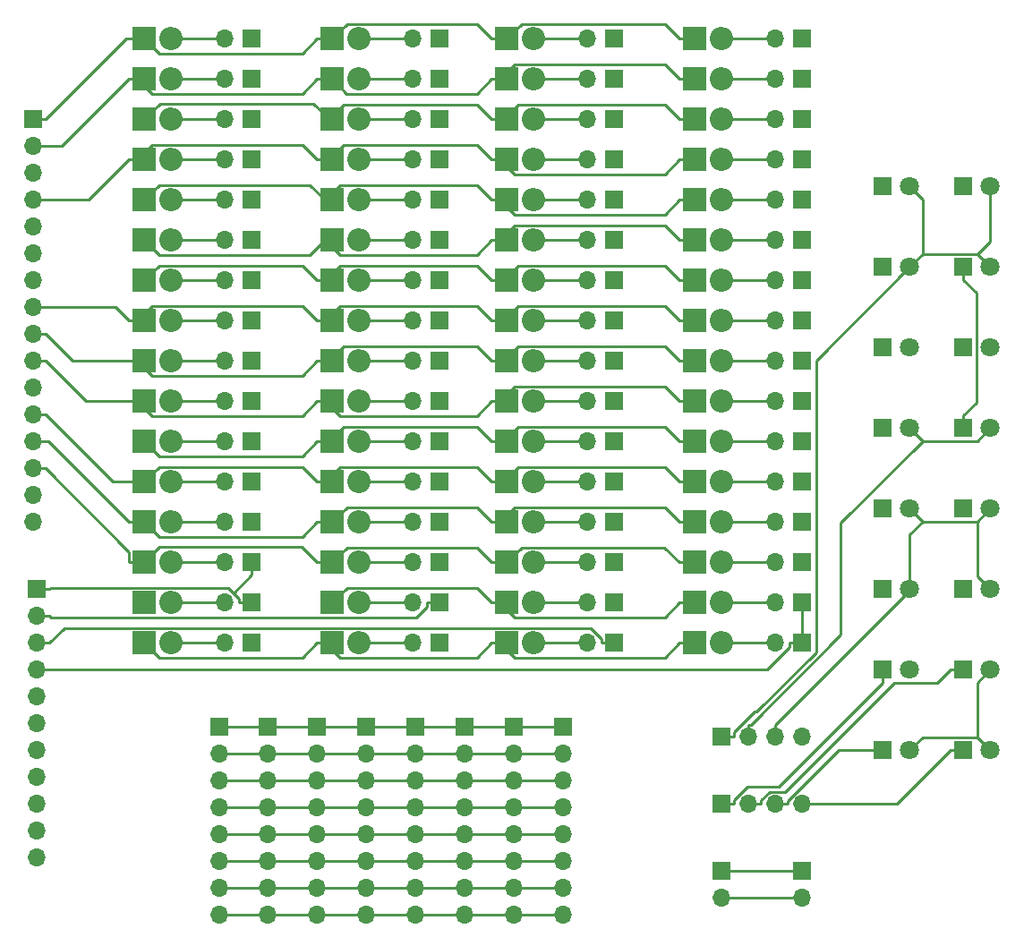
<source format=gbr>
G04 #@! TF.GenerationSoftware,KiCad,Pcbnew,(5.1.2-1)-1*
G04 #@! TF.CreationDate,2019-08-12T18:55:16+10:00*
G04 #@! TF.ProjectId,PanelSwitchPCB,50616e65-6c53-4776-9974-63685043422e,rev?*
G04 #@! TF.SameCoordinates,Original*
G04 #@! TF.FileFunction,Copper,L1,Top*
G04 #@! TF.FilePolarity,Positive*
%FSLAX46Y46*%
G04 Gerber Fmt 4.6, Leading zero omitted, Abs format (unit mm)*
G04 Created by KiCad (PCBNEW (5.1.2-1)-1) date 2019-08-12 18:55:16*
%MOMM*%
%LPD*%
G04 APERTURE LIST*
%ADD10O,1.700000X1.700000*%
%ADD11R,1.700000X1.700000*%
%ADD12C,1.800000*%
%ADD13R,1.800000X1.800000*%
%ADD14O,2.200000X2.200000*%
%ADD15R,2.200000X2.200000*%
%ADD16C,0.250000*%
G04 APERTURE END LIST*
D10*
X133350000Y-107950000D03*
X130810000Y-107950000D03*
X128270000Y-107950000D03*
D11*
X125730000Y-107950000D03*
D10*
X133350000Y-101600000D03*
X130810000Y-101600000D03*
X128270000Y-101600000D03*
D11*
X125730000Y-101600000D03*
D12*
X151130000Y-102870000D03*
D13*
X148590000Y-102870000D03*
D12*
X151130000Y-87630000D03*
D13*
X148590000Y-87630000D03*
D12*
X151130000Y-72390000D03*
D13*
X148590000Y-72390000D03*
D12*
X151130000Y-57150000D03*
D13*
X148590000Y-57150000D03*
D12*
X143510000Y-102870000D03*
D13*
X140970000Y-102870000D03*
D12*
X143510000Y-87630000D03*
D13*
X140970000Y-87630000D03*
D12*
X143510000Y-72390000D03*
D13*
X140970000Y-72390000D03*
D12*
X143510000Y-57150000D03*
D13*
X140970000Y-57150000D03*
D12*
X151130000Y-95250000D03*
D13*
X148590000Y-95250000D03*
D12*
X151130000Y-80010000D03*
D13*
X148590000Y-80010000D03*
D12*
X151130000Y-64770000D03*
D13*
X148590000Y-64770000D03*
D12*
X151130000Y-49530000D03*
D13*
X148590000Y-49530000D03*
D12*
X143510000Y-95250000D03*
D13*
X140970000Y-95250000D03*
D12*
X143510000Y-80010000D03*
D13*
X140970000Y-80010000D03*
D12*
X143510000Y-64770000D03*
D13*
X140970000Y-64770000D03*
D12*
X143510000Y-49530000D03*
D13*
X140970000Y-49530000D03*
D10*
X110730000Y-118390000D03*
X110730000Y-115850000D03*
X110730000Y-113310000D03*
X110730000Y-110770000D03*
X110730000Y-108230000D03*
X110730000Y-105690000D03*
X110730000Y-103150000D03*
D11*
X110730000Y-100610000D03*
D10*
X106080000Y-118390000D03*
X106080000Y-115850000D03*
X106080000Y-113310000D03*
X106080000Y-110770000D03*
X106080000Y-108230000D03*
X106080000Y-105690000D03*
X106080000Y-103150000D03*
D11*
X106080000Y-100610000D03*
D10*
X101430000Y-118390000D03*
X101430000Y-115850000D03*
X101430000Y-113310000D03*
X101430000Y-110770000D03*
X101430000Y-108230000D03*
X101430000Y-105690000D03*
X101430000Y-103150000D03*
D11*
X101430000Y-100610000D03*
D10*
X96780000Y-118390000D03*
X96780000Y-115850000D03*
X96780000Y-113310000D03*
X96780000Y-110770000D03*
X96780000Y-108230000D03*
X96780000Y-105690000D03*
X96780000Y-103150000D03*
D11*
X96780000Y-100610000D03*
D10*
X92130000Y-118390000D03*
X92130000Y-115850000D03*
X92130000Y-113310000D03*
X92130000Y-110770000D03*
X92130000Y-108230000D03*
X92130000Y-105690000D03*
X92130000Y-103150000D03*
D11*
X92130000Y-100610000D03*
D10*
X87480000Y-118390000D03*
X87480000Y-115850000D03*
X87480000Y-113310000D03*
X87480000Y-110770000D03*
X87480000Y-108230000D03*
X87480000Y-105690000D03*
X87480000Y-103150000D03*
D11*
X87480000Y-100610000D03*
D10*
X82830000Y-118390000D03*
X82830000Y-115850000D03*
X82830000Y-113310000D03*
X82830000Y-110770000D03*
X82830000Y-108230000D03*
X82830000Y-105690000D03*
X82830000Y-103150000D03*
D11*
X82830000Y-100610000D03*
D10*
X125730000Y-116840000D03*
D11*
X125730000Y-114300000D03*
D10*
X78180000Y-118390000D03*
X78180000Y-115850000D03*
X78180000Y-113310000D03*
X78180000Y-110770000D03*
X78180000Y-108230000D03*
X78180000Y-105690000D03*
X78180000Y-103150000D03*
D11*
X78180000Y-100610000D03*
D10*
X133350000Y-116840000D03*
D11*
X133350000Y-114300000D03*
D10*
X130810000Y-92710000D03*
D11*
X133350000Y-92710000D03*
D10*
X130810000Y-88900000D03*
D11*
X133350000Y-88900000D03*
D10*
X130810000Y-85090000D03*
D11*
X133350000Y-85090000D03*
D10*
X130810000Y-81280000D03*
D11*
X133350000Y-81280000D03*
D10*
X130810000Y-77470000D03*
D11*
X133350000Y-77470000D03*
D10*
X130810000Y-73660000D03*
D11*
X133350000Y-73660000D03*
D10*
X130810000Y-69850000D03*
D11*
X133350000Y-69850000D03*
D10*
X130810000Y-66040000D03*
D11*
X133350000Y-66040000D03*
D10*
X130810000Y-62230000D03*
D11*
X133350000Y-62230000D03*
D10*
X130810000Y-58420000D03*
D11*
X133350000Y-58420000D03*
D10*
X130810000Y-54610000D03*
D11*
X133350000Y-54610000D03*
D10*
X130810000Y-50800000D03*
D11*
X133350000Y-50800000D03*
D10*
X130810000Y-46990000D03*
D11*
X133350000Y-46990000D03*
D10*
X130810000Y-43180000D03*
D11*
X133350000Y-43180000D03*
D10*
X130810000Y-39370000D03*
D11*
X133350000Y-39370000D03*
D10*
X130810000Y-35560000D03*
D11*
X133350000Y-35560000D03*
D14*
X125730000Y-92710000D03*
D15*
X123190000Y-92710000D03*
D14*
X125730000Y-88900000D03*
D15*
X123190000Y-88900000D03*
D14*
X125730000Y-85090000D03*
D15*
X123190000Y-85090000D03*
D14*
X125730000Y-81280000D03*
D15*
X123190000Y-81280000D03*
D14*
X125730000Y-77470000D03*
D15*
X123190000Y-77470000D03*
D14*
X125730000Y-73660000D03*
D15*
X123190000Y-73660000D03*
D14*
X125730000Y-69850000D03*
D15*
X123190000Y-69850000D03*
D14*
X125730000Y-66040000D03*
D15*
X123190000Y-66040000D03*
D14*
X125730000Y-62230000D03*
D15*
X123190000Y-62230000D03*
D14*
X125730000Y-58420000D03*
D15*
X123190000Y-58420000D03*
D14*
X125730000Y-54610000D03*
D15*
X123190000Y-54610000D03*
D14*
X125730000Y-50800000D03*
D15*
X123190000Y-50800000D03*
D14*
X125730000Y-46990000D03*
D15*
X123190000Y-46990000D03*
D14*
X125730000Y-43180000D03*
D15*
X123190000Y-43180000D03*
D14*
X125730000Y-39370000D03*
D15*
X123190000Y-39370000D03*
D14*
X125730000Y-35560000D03*
D15*
X123190000Y-35560000D03*
D10*
X113030000Y-92710000D03*
D11*
X115570000Y-92710000D03*
D10*
X113030000Y-88900000D03*
D11*
X115570000Y-88900000D03*
D10*
X113030000Y-85090000D03*
D11*
X115570000Y-85090000D03*
D10*
X113030000Y-81280000D03*
D11*
X115570000Y-81280000D03*
D10*
X113030000Y-77470000D03*
D11*
X115570000Y-77470000D03*
D10*
X113030000Y-73660000D03*
D11*
X115570000Y-73660000D03*
D10*
X113030000Y-69850000D03*
D11*
X115570000Y-69850000D03*
D10*
X113030000Y-66040000D03*
D11*
X115570000Y-66040000D03*
D10*
X113030000Y-62230000D03*
D11*
X115570000Y-62230000D03*
D10*
X113030000Y-58420000D03*
D11*
X115570000Y-58420000D03*
D10*
X113030000Y-54610000D03*
D11*
X115570000Y-54610000D03*
D10*
X113030000Y-50800000D03*
D11*
X115570000Y-50800000D03*
D10*
X113030000Y-46990000D03*
D11*
X115570000Y-46990000D03*
D10*
X113030000Y-43180000D03*
D11*
X115570000Y-43180000D03*
D10*
X113030000Y-39370000D03*
D11*
X115570000Y-39370000D03*
D10*
X113030000Y-35560000D03*
D11*
X115570000Y-35560000D03*
D14*
X107950000Y-92710000D03*
D15*
X105410000Y-92710000D03*
D14*
X107950000Y-88900000D03*
D15*
X105410000Y-88900000D03*
D14*
X107950000Y-85090000D03*
D15*
X105410000Y-85090000D03*
D14*
X107950000Y-81280000D03*
D15*
X105410000Y-81280000D03*
D14*
X107950000Y-77470000D03*
D15*
X105410000Y-77470000D03*
D14*
X107950000Y-73660000D03*
D15*
X105410000Y-73660000D03*
D14*
X107950000Y-69850000D03*
D15*
X105410000Y-69850000D03*
D14*
X107950000Y-66040000D03*
D15*
X105410000Y-66040000D03*
D14*
X107950000Y-62230000D03*
D15*
X105410000Y-62230000D03*
D14*
X107950000Y-58420000D03*
D15*
X105410000Y-58420000D03*
D14*
X107950000Y-54610000D03*
D15*
X105410000Y-54610000D03*
D14*
X107950000Y-50800000D03*
D15*
X105410000Y-50800000D03*
D14*
X107950000Y-46990000D03*
D15*
X105410000Y-46990000D03*
D14*
X107950000Y-43180000D03*
D15*
X105410000Y-43180000D03*
D14*
X107950000Y-39370000D03*
D15*
X105410000Y-39370000D03*
D14*
X107950000Y-35560000D03*
D15*
X105410000Y-35560000D03*
D10*
X96520000Y-92710000D03*
D11*
X99060000Y-92710000D03*
D10*
X96520000Y-88900000D03*
D11*
X99060000Y-88900000D03*
D10*
X96520000Y-85090000D03*
D11*
X99060000Y-85090000D03*
D10*
X96520000Y-81280000D03*
D11*
X99060000Y-81280000D03*
D10*
X96520000Y-77470000D03*
D11*
X99060000Y-77470000D03*
D10*
X96520000Y-73660000D03*
D11*
X99060000Y-73660000D03*
D10*
X96520000Y-69850000D03*
D11*
X99060000Y-69850000D03*
D10*
X96520000Y-66040000D03*
D11*
X99060000Y-66040000D03*
D10*
X96520000Y-62230000D03*
D11*
X99060000Y-62230000D03*
D10*
X96520000Y-58420000D03*
D11*
X99060000Y-58420000D03*
D10*
X96520000Y-54610000D03*
D11*
X99060000Y-54610000D03*
D10*
X96520000Y-50800000D03*
D11*
X99060000Y-50800000D03*
D10*
X96520000Y-46990000D03*
D11*
X99060000Y-46990000D03*
D10*
X96520000Y-43180000D03*
D11*
X99060000Y-43180000D03*
D10*
X96520000Y-39370000D03*
D11*
X99060000Y-39370000D03*
D10*
X96520000Y-35560000D03*
D11*
X99060000Y-35560000D03*
D14*
X91440000Y-92710000D03*
D15*
X88900000Y-92710000D03*
D14*
X91440000Y-88900000D03*
D15*
X88900000Y-88900000D03*
D14*
X91440000Y-85090000D03*
D15*
X88900000Y-85090000D03*
D14*
X91440000Y-81280000D03*
D15*
X88900000Y-81280000D03*
D14*
X91440000Y-77470000D03*
D15*
X88900000Y-77470000D03*
D14*
X91440000Y-73660000D03*
D15*
X88900000Y-73660000D03*
D14*
X91440000Y-69850000D03*
D15*
X88900000Y-69850000D03*
D14*
X91440000Y-66040000D03*
D15*
X88900000Y-66040000D03*
D14*
X91440000Y-62230000D03*
D15*
X88900000Y-62230000D03*
D14*
X91440000Y-58420000D03*
D15*
X88900000Y-58420000D03*
D14*
X91440000Y-54610000D03*
D15*
X88900000Y-54610000D03*
D14*
X91440000Y-50800000D03*
D15*
X88900000Y-50800000D03*
D14*
X91440000Y-46990000D03*
D15*
X88900000Y-46990000D03*
D14*
X91440000Y-43180000D03*
D15*
X88900000Y-43180000D03*
D14*
X91440000Y-39370000D03*
D15*
X88900000Y-39370000D03*
D14*
X91440000Y-35560000D03*
D15*
X88900000Y-35560000D03*
D10*
X60960000Y-113030000D03*
X60960000Y-110490000D03*
X60960000Y-107950000D03*
X60960000Y-105410000D03*
X60960000Y-102870000D03*
X60960000Y-100330000D03*
X60960000Y-97790000D03*
X60960000Y-95250000D03*
X60960000Y-92710000D03*
X60960000Y-90170000D03*
D11*
X60960000Y-87630000D03*
D10*
X60630000Y-81280000D03*
X60630000Y-78740000D03*
X60630000Y-76200000D03*
X60630000Y-73660000D03*
X60630000Y-71120000D03*
X60630000Y-68580000D03*
X60630000Y-66040000D03*
X60630000Y-63500000D03*
X60630000Y-60960000D03*
X60630000Y-58420000D03*
X60630000Y-55880000D03*
X60630000Y-53340000D03*
X60630000Y-50800000D03*
X60630000Y-48260000D03*
X60630000Y-45720000D03*
D11*
X60630000Y-43180000D03*
D10*
X78740000Y-92710000D03*
D11*
X81280000Y-92710000D03*
D10*
X78740000Y-88900000D03*
D11*
X81280000Y-88900000D03*
D10*
X78740000Y-85090000D03*
D11*
X81280000Y-85090000D03*
D10*
X78740000Y-81280000D03*
D11*
X81280000Y-81280000D03*
D10*
X78740000Y-77470000D03*
D11*
X81280000Y-77470000D03*
D10*
X78740000Y-73660000D03*
D11*
X81280000Y-73660000D03*
D10*
X78740000Y-69850000D03*
D11*
X81280000Y-69850000D03*
D10*
X78740000Y-66040000D03*
D11*
X81280000Y-66040000D03*
D10*
X78740000Y-62230000D03*
D11*
X81280000Y-62230000D03*
D10*
X78740000Y-58420000D03*
D11*
X81280000Y-58420000D03*
D10*
X78740000Y-54610000D03*
D11*
X81280000Y-54610000D03*
D10*
X78740000Y-50800000D03*
D11*
X81280000Y-50800000D03*
D10*
X78740000Y-46990000D03*
D11*
X81280000Y-46990000D03*
D10*
X78740000Y-43180000D03*
D11*
X81280000Y-43180000D03*
D10*
X78740000Y-39370000D03*
D11*
X81280000Y-39370000D03*
D10*
X78740000Y-35560000D03*
D11*
X81280000Y-35560000D03*
D14*
X73660000Y-92710000D03*
D15*
X71120000Y-92710000D03*
D14*
X73660000Y-88900000D03*
D15*
X71120000Y-88900000D03*
D14*
X73660000Y-85090000D03*
D15*
X71120000Y-85090000D03*
D14*
X73660000Y-81280000D03*
D15*
X71120000Y-81280000D03*
D14*
X73660000Y-77470000D03*
D15*
X71120000Y-77470000D03*
D14*
X73660000Y-73660000D03*
D15*
X71120000Y-73660000D03*
D14*
X73660000Y-69850000D03*
D15*
X71120000Y-69850000D03*
D14*
X73660000Y-66040000D03*
D15*
X71120000Y-66040000D03*
D14*
X73660000Y-62230000D03*
D15*
X71120000Y-62230000D03*
D14*
X73660000Y-58420000D03*
D15*
X71120000Y-58420000D03*
D14*
X73660000Y-54610000D03*
D15*
X71120000Y-54610000D03*
D14*
X73660000Y-50800000D03*
D15*
X71120000Y-50800000D03*
D14*
X73660000Y-46990000D03*
D15*
X71120000Y-46990000D03*
D14*
X73660000Y-43180000D03*
D15*
X71120000Y-43180000D03*
D14*
X73660000Y-39370000D03*
D15*
X71120000Y-39370000D03*
D14*
X73660000Y-35560000D03*
D15*
X71120000Y-35560000D03*
D16*
X73660000Y-35560000D02*
X78740000Y-35560000D01*
X60630000Y-43180000D02*
X61805300Y-43180000D01*
X61805300Y-43180000D02*
X69425300Y-35560000D01*
X69425300Y-35560000D02*
X71120000Y-35560000D01*
X88900000Y-35560000D02*
X87474700Y-35560000D01*
X87474700Y-35560000D02*
X86049400Y-36985300D01*
X86049400Y-36985300D02*
X72545300Y-36985300D01*
X72545300Y-36985300D02*
X71120000Y-35560000D01*
X88900000Y-35560000D02*
X90325300Y-34134700D01*
X90325300Y-34134700D02*
X102559000Y-34134700D01*
X102559000Y-34134700D02*
X103985000Y-35560000D01*
X103985000Y-35560000D02*
X105410000Y-35560000D01*
X105410000Y-35560000D02*
X106835000Y-34134700D01*
X106835000Y-34134700D02*
X120339000Y-34134700D01*
X120339000Y-34134700D02*
X121765000Y-35560000D01*
X121765000Y-35560000D02*
X123190000Y-35560000D01*
X73660000Y-39370000D02*
X78740000Y-39370000D01*
X60630000Y-45720000D02*
X63344700Y-45720000D01*
X63344700Y-45720000D02*
X69694700Y-39370000D01*
X69694700Y-39370000D02*
X70407400Y-39370000D01*
X71120000Y-39370000D02*
X70407400Y-39370000D01*
X70407400Y-39370000D02*
X71832700Y-40795300D01*
X71832700Y-40795300D02*
X86049400Y-40795300D01*
X86049400Y-40795300D02*
X87474700Y-39370000D01*
X87474700Y-39370000D02*
X88846400Y-39370000D01*
X88900000Y-39370000D02*
X88846400Y-39370000D01*
X88846400Y-39370000D02*
X90271700Y-40795300D01*
X90271700Y-40795300D02*
X102559000Y-40795300D01*
X102559000Y-40795300D02*
X103985000Y-39370000D01*
X103985000Y-39370000D02*
X104697000Y-39370000D01*
X105410000Y-39370000D02*
X104697000Y-39370000D01*
X104697000Y-39370000D02*
X106123000Y-37944700D01*
X106123000Y-37944700D02*
X120339000Y-37944700D01*
X120339000Y-37944700D02*
X121765000Y-39370000D01*
X121765000Y-39370000D02*
X123190000Y-39370000D01*
X73660000Y-43180000D02*
X78740000Y-43180000D01*
X71120000Y-43180000D02*
X72612800Y-41687200D01*
X72612800Y-41687200D02*
X87108300Y-41687200D01*
X87108300Y-41687200D02*
X88601100Y-43180000D01*
X105410000Y-43180000D02*
X105111000Y-43180000D01*
X105111000Y-43180000D02*
X106536000Y-41754700D01*
X106536000Y-41754700D02*
X120339000Y-41754700D01*
X120339000Y-41754700D02*
X121765000Y-43180000D01*
X121765000Y-43180000D02*
X123190000Y-43180000D01*
X88900000Y-43180000D02*
X88601100Y-43180000D01*
X88601100Y-43180000D02*
X90026400Y-41754700D01*
X90026400Y-41754700D02*
X102559000Y-41754700D01*
X102559000Y-41754700D02*
X103985000Y-43180000D01*
X103985000Y-43180000D02*
X105111000Y-43180000D01*
X73660000Y-46990000D02*
X78740000Y-46990000D01*
X60630000Y-50800000D02*
X65884700Y-50800000D01*
X65884700Y-50800000D02*
X69694700Y-46990000D01*
X69694700Y-46990000D02*
X70407400Y-46990000D01*
X71120000Y-46990000D02*
X70407400Y-46990000D01*
X70407400Y-46990000D02*
X71832700Y-45564700D01*
X71832700Y-45564700D02*
X86049400Y-45564700D01*
X86049400Y-45564700D02*
X87474700Y-46990000D01*
X87474700Y-46990000D02*
X88601100Y-46990000D01*
X88900000Y-46990000D02*
X88601100Y-46990000D01*
X88601100Y-46990000D02*
X90026400Y-45564700D01*
X90026400Y-45564700D02*
X102559000Y-45564700D01*
X102559000Y-45564700D02*
X103985000Y-46990000D01*
X103985000Y-46990000D02*
X104697000Y-46990000D01*
X105410000Y-46990000D02*
X104697000Y-46990000D01*
X104697000Y-46990000D02*
X106123000Y-48415300D01*
X106123000Y-48415300D02*
X120339000Y-48415300D01*
X120339000Y-48415300D02*
X121765000Y-46990000D01*
X121765000Y-46990000D02*
X123190000Y-46990000D01*
X73660000Y-50800000D02*
X78740000Y-50800000D01*
X71120000Y-50800000D02*
X72548800Y-49371200D01*
X72548800Y-49371200D02*
X86758600Y-49371200D01*
X86758600Y-49371200D02*
X88187400Y-50800000D01*
X105410000Y-50800000D02*
X104697000Y-50800000D01*
X104697000Y-50800000D02*
X106123000Y-52225300D01*
X106123000Y-52225300D02*
X120339000Y-52225300D01*
X120339000Y-52225300D02*
X121765000Y-50800000D01*
X121765000Y-50800000D02*
X123190000Y-50800000D01*
X88900000Y-50800000D02*
X88187400Y-50800000D01*
X88187400Y-50800000D02*
X89612700Y-49374700D01*
X89612700Y-49374700D02*
X102559000Y-49374700D01*
X102559000Y-49374700D02*
X103985000Y-50800000D01*
X103985000Y-50800000D02*
X104697000Y-50800000D01*
X73660000Y-54610000D02*
X78740000Y-54610000D01*
X71120000Y-54610000D02*
X72556800Y-56046800D01*
X72556800Y-56046800D02*
X86750600Y-56046800D01*
X86750600Y-56046800D02*
X88187400Y-54610000D01*
X105410000Y-54610000D02*
X104697000Y-54610000D01*
X104697000Y-54610000D02*
X106123000Y-53184700D01*
X106123000Y-53184700D02*
X120339000Y-53184700D01*
X120339000Y-53184700D02*
X121765000Y-54610000D01*
X121765000Y-54610000D02*
X123190000Y-54610000D01*
X88900000Y-54610000D02*
X88187400Y-54610000D01*
X88187400Y-54610000D02*
X89612700Y-56035300D01*
X89612700Y-56035300D02*
X102559000Y-56035300D01*
X102559000Y-56035300D02*
X103985000Y-54610000D01*
X103985000Y-54610000D02*
X104697000Y-54610000D01*
X73660000Y-58420000D02*
X78740000Y-58420000D01*
X71120000Y-58420000D02*
X72545300Y-56994700D01*
X72545300Y-56994700D02*
X86049400Y-56994700D01*
X86049400Y-56994700D02*
X87474700Y-58420000D01*
X87474700Y-58420000D02*
X88187400Y-58420000D01*
X88900000Y-58420000D02*
X88187400Y-58420000D01*
X88187400Y-58420000D02*
X89612700Y-56994700D01*
X89612700Y-56994700D02*
X102559000Y-56994700D01*
X102559000Y-56994700D02*
X103985000Y-58420000D01*
X103985000Y-58420000D02*
X105111000Y-58420000D01*
X105410000Y-58420000D02*
X105111000Y-58420000D01*
X105111000Y-58420000D02*
X106536000Y-56994700D01*
X106536000Y-56994700D02*
X120339000Y-56994700D01*
X120339000Y-56994700D02*
X121765000Y-58420000D01*
X121765000Y-58420000D02*
X123190000Y-58420000D01*
X73660000Y-62230000D02*
X78740000Y-62230000D01*
X60630000Y-60960000D02*
X68424700Y-60960000D01*
X68424700Y-60960000D02*
X69694700Y-62230000D01*
X69694700Y-62230000D02*
X70407400Y-62230000D01*
X71120000Y-62230000D02*
X70407400Y-62230000D01*
X70407400Y-62230000D02*
X71832700Y-60804700D01*
X71832700Y-60804700D02*
X86049400Y-60804700D01*
X86049400Y-60804700D02*
X87474700Y-62230000D01*
X87474700Y-62230000D02*
X88187400Y-62230000D01*
X88900000Y-62230000D02*
X88187400Y-62230000D01*
X88187400Y-62230000D02*
X89612700Y-60804700D01*
X89612700Y-60804700D02*
X102559000Y-60804700D01*
X102559000Y-60804700D02*
X103985000Y-62230000D01*
X103985000Y-62230000D02*
X105111000Y-62230000D01*
X105410000Y-62230000D02*
X105111000Y-62230000D01*
X105111000Y-62230000D02*
X106536000Y-60804700D01*
X106536000Y-60804700D02*
X120339000Y-60804700D01*
X120339000Y-60804700D02*
X121765000Y-62230000D01*
X121765000Y-62230000D02*
X123190000Y-62230000D01*
X73660000Y-66040000D02*
X78740000Y-66040000D01*
X60630000Y-63500000D02*
X61805300Y-63500000D01*
X61805300Y-63500000D02*
X64345300Y-66040000D01*
X64345300Y-66040000D02*
X70407400Y-66040000D01*
X88900000Y-66040000D02*
X88601100Y-66040000D01*
X88601100Y-66040000D02*
X90026400Y-64614700D01*
X90026400Y-64614700D02*
X102559000Y-64614700D01*
X102559000Y-64614700D02*
X103985000Y-66040000D01*
X103985000Y-66040000D02*
X105111000Y-66040000D01*
X105410000Y-66040000D02*
X105111000Y-66040000D01*
X105111000Y-66040000D02*
X106536000Y-64614700D01*
X106536000Y-64614700D02*
X120339000Y-64614700D01*
X120339000Y-64614700D02*
X121765000Y-66040000D01*
X121765000Y-66040000D02*
X123190000Y-66040000D01*
X71120000Y-66040000D02*
X70407400Y-66040000D01*
X70407400Y-66040000D02*
X71832700Y-67465300D01*
X71832700Y-67465300D02*
X86049400Y-67465300D01*
X86049400Y-67465300D02*
X87474700Y-66040000D01*
X87474700Y-66040000D02*
X88601100Y-66040000D01*
X73660000Y-69850000D02*
X78740000Y-69850000D01*
X60630000Y-66040000D02*
X61805300Y-66040000D01*
X61805300Y-66040000D02*
X65615300Y-69850000D01*
X65615300Y-69850000D02*
X70407400Y-69850000D01*
X71120000Y-69850000D02*
X70407400Y-69850000D01*
X70407400Y-69850000D02*
X71832700Y-71275300D01*
X71832700Y-71275300D02*
X86049400Y-71275300D01*
X86049400Y-71275300D02*
X87474700Y-69850000D01*
X87474700Y-69850000D02*
X88187400Y-69850000D01*
X88900000Y-69850000D02*
X88187400Y-69850000D01*
X88187400Y-69850000D02*
X89612700Y-71275300D01*
X89612700Y-71275300D02*
X102559000Y-71275300D01*
X102559000Y-71275300D02*
X103985000Y-69850000D01*
X103985000Y-69850000D02*
X104697000Y-69850000D01*
X105410000Y-69850000D02*
X104697000Y-69850000D01*
X104697000Y-69850000D02*
X106123000Y-68424700D01*
X106123000Y-68424700D02*
X120339000Y-68424700D01*
X120339000Y-68424700D02*
X121765000Y-69850000D01*
X121765000Y-69850000D02*
X123190000Y-69850000D01*
X73660000Y-73660000D02*
X78740000Y-73660000D01*
X71120000Y-73660000D02*
X72545300Y-75085300D01*
X72545300Y-75085300D02*
X86049400Y-75085300D01*
X86049400Y-75085300D02*
X87474700Y-73660000D01*
X87474700Y-73660000D02*
X88601100Y-73660000D01*
X88900000Y-73660000D02*
X88601100Y-73660000D01*
X88601100Y-73660000D02*
X90026400Y-72234700D01*
X90026400Y-72234700D02*
X102559000Y-72234700D01*
X102559000Y-72234700D02*
X103985000Y-73660000D01*
X103985000Y-73660000D02*
X105111000Y-73660000D01*
X105410000Y-73660000D02*
X105111000Y-73660000D01*
X105111000Y-73660000D02*
X106536000Y-72234700D01*
X106536000Y-72234700D02*
X120339000Y-72234700D01*
X120339000Y-72234700D02*
X121765000Y-73660000D01*
X121765000Y-73660000D02*
X123190000Y-73660000D01*
X73660000Y-77470000D02*
X78740000Y-77470000D01*
X71120000Y-77470000D02*
X72545300Y-76044700D01*
X72545300Y-76044700D02*
X86049400Y-76044700D01*
X86049400Y-76044700D02*
X87474700Y-77470000D01*
X87474700Y-77470000D02*
X88187400Y-77470000D01*
X60630000Y-71120000D02*
X61805300Y-71120000D01*
X61805300Y-71120000D02*
X68155300Y-77470000D01*
X68155300Y-77470000D02*
X71120000Y-77470000D01*
X88900000Y-77470000D02*
X88187400Y-77470000D01*
X88187400Y-77470000D02*
X89612700Y-76044700D01*
X89612700Y-76044700D02*
X102559000Y-76044700D01*
X102559000Y-76044700D02*
X103985000Y-77470000D01*
X103985000Y-77470000D02*
X105111000Y-77470000D01*
X105410000Y-77470000D02*
X105111000Y-77470000D01*
X105111000Y-77470000D02*
X106536000Y-76044700D01*
X106536000Y-76044700D02*
X120339000Y-76044700D01*
X120339000Y-76044700D02*
X121765000Y-77470000D01*
X121765000Y-77470000D02*
X123190000Y-77470000D01*
X73660000Y-81280000D02*
X78740000Y-81280000D01*
X71120000Y-81280000D02*
X72545300Y-82705300D01*
X72545300Y-82705300D02*
X86049400Y-82705300D01*
X86049400Y-82705300D02*
X87474700Y-81280000D01*
X87474700Y-81280000D02*
X88900000Y-81280000D01*
X60630000Y-73660000D02*
X62074700Y-73660000D01*
X62074700Y-73660000D02*
X69694700Y-81280000D01*
X69694700Y-81280000D02*
X71120000Y-81280000D01*
X88900000Y-81280000D02*
X90325300Y-79854700D01*
X90325300Y-79854700D02*
X102559000Y-79854700D01*
X102559000Y-79854700D02*
X103985000Y-81280000D01*
X103985000Y-81280000D02*
X104697000Y-81280000D01*
X105410000Y-81280000D02*
X104697000Y-81280000D01*
X104697000Y-81280000D02*
X106123000Y-79854700D01*
X106123000Y-79854700D02*
X120339000Y-79854700D01*
X120339000Y-79854700D02*
X121765000Y-81280000D01*
X121765000Y-81280000D02*
X123190000Y-81280000D01*
X73660000Y-85090000D02*
X78740000Y-85090000D01*
X123190000Y-85090000D02*
X121765000Y-85090000D01*
X121765000Y-85090000D02*
X120338000Y-83663400D01*
X120338000Y-83663400D02*
X106837000Y-83663400D01*
X106837000Y-83663400D02*
X105410000Y-85090000D01*
X60630000Y-76200000D02*
X61805300Y-76200000D01*
X61805300Y-76200000D02*
X69694700Y-84089400D01*
X69694700Y-84089400D02*
X69694700Y-85090000D01*
X69694700Y-85090000D02*
X71120000Y-85090000D01*
X105410000Y-85090000D02*
X103985000Y-85090000D01*
X103985000Y-85090000D02*
X102559000Y-83664700D01*
X102559000Y-83664700D02*
X90325300Y-83664700D01*
X90325300Y-83664700D02*
X88900000Y-85090000D01*
X88900000Y-85090000D02*
X87474700Y-85090000D01*
X87474700Y-85090000D02*
X86018600Y-83633900D01*
X86018600Y-83633900D02*
X72576100Y-83633900D01*
X72576100Y-83633900D02*
X71120000Y-85090000D01*
X73660000Y-88900000D02*
X78740000Y-88900000D01*
X88900000Y-88900000D02*
X90325300Y-87474700D01*
X90325300Y-87474700D02*
X102559000Y-87474700D01*
X102559000Y-87474700D02*
X103985000Y-88900000D01*
X103985000Y-88900000D02*
X104697000Y-88900000D01*
X105410000Y-88900000D02*
X104697000Y-88900000D01*
X104697000Y-88900000D02*
X106123000Y-90325300D01*
X106123000Y-90325300D02*
X120339000Y-90325300D01*
X120339000Y-90325300D02*
X121765000Y-88900000D01*
X121765000Y-88900000D02*
X123190000Y-88900000D01*
X73660000Y-92710000D02*
X78740000Y-92710000D01*
X71120000Y-92710000D02*
X72545300Y-94135300D01*
X72545300Y-94135300D02*
X86049400Y-94135300D01*
X86049400Y-94135300D02*
X87474700Y-92710000D01*
X87474700Y-92710000D02*
X88187400Y-92710000D01*
X88900000Y-92710000D02*
X88187400Y-92710000D01*
X88187400Y-92710000D02*
X89612700Y-94135300D01*
X89612700Y-94135300D02*
X102559000Y-94135300D01*
X102559000Y-94135300D02*
X103985000Y-92710000D01*
X103985000Y-92710000D02*
X104697000Y-92710000D01*
X105410000Y-92710000D02*
X104697000Y-92710000D01*
X104697000Y-92710000D02*
X106123000Y-94135300D01*
X106123000Y-94135300D02*
X120339000Y-94135300D01*
X120339000Y-94135300D02*
X121765000Y-92710000D01*
X121765000Y-92710000D02*
X123190000Y-92710000D01*
X91440000Y-35560000D02*
X96520000Y-35560000D01*
X91440000Y-39370000D02*
X96520000Y-39370000D01*
X91440000Y-43180000D02*
X96520000Y-43180000D01*
X91440000Y-46990000D02*
X96520000Y-46990000D01*
X91440000Y-50800000D02*
X96520000Y-50800000D01*
X91440000Y-54610000D02*
X96520000Y-54610000D01*
X91440000Y-58420000D02*
X96520000Y-58420000D01*
X91440000Y-62230000D02*
X96520000Y-62230000D01*
X91440000Y-66040000D02*
X96520000Y-66040000D01*
X91440000Y-69850000D02*
X96520000Y-69850000D01*
X91440000Y-73660000D02*
X96520000Y-73660000D01*
X91440000Y-77470000D02*
X96520000Y-77470000D01*
X91440000Y-81280000D02*
X96520000Y-81280000D01*
X91440000Y-85090000D02*
X96520000Y-85090000D01*
X91440000Y-88900000D02*
X96520000Y-88900000D01*
X91440000Y-92710000D02*
X96520000Y-92710000D01*
X79567700Y-87977600D02*
X81280000Y-86265300D01*
X81280000Y-86265300D02*
X81280000Y-85090000D01*
X60960000Y-87630000D02*
X62135300Y-87630000D01*
X62135300Y-87630000D02*
X62294100Y-87471200D01*
X62294100Y-87471200D02*
X79061200Y-87471200D01*
X79061200Y-87471200D02*
X79567700Y-87977600D01*
X81280000Y-88900000D02*
X80104700Y-88900000D01*
X80104700Y-88900000D02*
X80104700Y-88514700D01*
X80104700Y-88514700D02*
X79567700Y-87977600D01*
X60960000Y-90170000D02*
X62135300Y-90170000D01*
X62135300Y-90170000D02*
X62295300Y-90330000D01*
X62295300Y-90330000D02*
X96822000Y-90330000D01*
X96822000Y-90330000D02*
X97884700Y-89267300D01*
X97884700Y-89267300D02*
X97884700Y-88900000D01*
X97884700Y-88900000D02*
X99060000Y-88900000D01*
X60960000Y-92710000D02*
X62135300Y-92710000D01*
X62135300Y-92710000D02*
X63560700Y-91284600D01*
X63560700Y-91284600D02*
X113337000Y-91284600D01*
X113337000Y-91284600D02*
X114395000Y-92342700D01*
X114395000Y-92342700D02*
X114395000Y-92710000D01*
X114395000Y-92710000D02*
X115570000Y-92710000D01*
X133350000Y-88900000D02*
X133350000Y-92710000D01*
X60960000Y-95250000D02*
X130002000Y-95250000D01*
X130002000Y-95250000D02*
X132175000Y-93077300D01*
X132175000Y-93077300D02*
X132175000Y-92710000D01*
X132175000Y-92710000D02*
X133350000Y-92710000D01*
X107950000Y-35560000D02*
X113030000Y-35560000D01*
X107950000Y-39370000D02*
X113030000Y-39370000D01*
X107950000Y-43180000D02*
X113030000Y-43180000D01*
X107950000Y-46990000D02*
X113030000Y-46990000D01*
X107950000Y-50800000D02*
X113030000Y-50800000D01*
X107950000Y-54610000D02*
X113030000Y-54610000D01*
X107950000Y-58420000D02*
X113030000Y-58420000D01*
X107950000Y-62230000D02*
X113030000Y-62230000D01*
X107950000Y-66040000D02*
X113030000Y-66040000D01*
X107950000Y-69850000D02*
X113030000Y-69850000D01*
X107950000Y-73660000D02*
X113030000Y-73660000D01*
X107950000Y-77470000D02*
X113030000Y-77470000D01*
X107950000Y-81280000D02*
X113030000Y-81280000D01*
X107950000Y-85090000D02*
X113030000Y-85090000D01*
X107950000Y-88900000D02*
X113030000Y-88900000D01*
X107950000Y-92710000D02*
X113030000Y-92710000D01*
X125730000Y-35560000D02*
X130810000Y-35560000D01*
X125730000Y-39370000D02*
X130810000Y-39370000D01*
X125730000Y-43180000D02*
X130810000Y-43180000D01*
X125730000Y-46990000D02*
X130810000Y-46990000D01*
X125730000Y-50800000D02*
X130810000Y-50800000D01*
X125730000Y-54610000D02*
X130810000Y-54610000D01*
X125730000Y-58420000D02*
X130810000Y-58420000D01*
X125730000Y-62230000D02*
X130810000Y-62230000D01*
X125730000Y-66040000D02*
X130810000Y-66040000D01*
X125730000Y-69850000D02*
X130810000Y-69850000D01*
X125730000Y-73660000D02*
X130810000Y-73660000D01*
X125730000Y-77470000D02*
X130810000Y-77470000D01*
X125730000Y-81280000D02*
X130810000Y-81280000D01*
X125730000Y-85090000D02*
X130810000Y-85090000D01*
X125730000Y-88900000D02*
X130810000Y-88900000D01*
X125730000Y-92710000D02*
X130810000Y-92710000D01*
X144735400Y-55924600D02*
X143510000Y-57150000D01*
X149904600Y-55924600D02*
X144735400Y-55924600D01*
X143510000Y-49530000D02*
X144735400Y-50755400D01*
X144735400Y-50755400D02*
X144735400Y-55924600D01*
X125730000Y-101600000D02*
X126905300Y-101600000D01*
X143510000Y-57150000D02*
X134655100Y-66004900D01*
X134655100Y-66004900D02*
X134655100Y-93623000D01*
X134655100Y-93623000D02*
X129057200Y-99220900D01*
X129057200Y-99220900D02*
X128820200Y-99220900D01*
X128820200Y-99220900D02*
X126905300Y-101135800D01*
X126905300Y-101135800D02*
X126905300Y-101600000D01*
X151130000Y-57150000D02*
X149904600Y-55924600D01*
X149904600Y-55924600D02*
X151130000Y-54699200D01*
X151130000Y-54699200D02*
X151130000Y-49530000D01*
X140970000Y-96475300D02*
X131120900Y-106324400D01*
X131120900Y-106324400D02*
X128163500Y-106324400D01*
X128163500Y-106324400D02*
X126905300Y-107582600D01*
X126905300Y-107582600D02*
X126905300Y-107950000D01*
X125730000Y-107950000D02*
X126905300Y-107950000D01*
X140970000Y-95250000D02*
X140970000Y-96475300D01*
X128270000Y-100424700D02*
X128490300Y-100424700D01*
X128490300Y-100424700D02*
X136994400Y-91920600D01*
X136994400Y-91920600D02*
X136994400Y-81356400D01*
X136994400Y-81356400D02*
X144735400Y-73615400D01*
X128270000Y-101600000D02*
X128270000Y-100424700D01*
X151130000Y-72390000D02*
X149904600Y-73615400D01*
X149904600Y-73615400D02*
X144735400Y-73615400D01*
X143510000Y-72390000D02*
X144735400Y-73615400D01*
X149904600Y-81235400D02*
X151130000Y-80010000D01*
X144735400Y-81235400D02*
X149904600Y-81235400D01*
X149904600Y-81235400D02*
X149904600Y-86404600D01*
X149904600Y-86404600D02*
X151130000Y-87630000D01*
X143510000Y-80010000D02*
X144735400Y-81235400D01*
X144735400Y-81235400D02*
X143510000Y-82460800D01*
X143510000Y-82460800D02*
X143510000Y-87630000D01*
X130810000Y-101600000D02*
X130810000Y-100424700D01*
X143510000Y-87630000D02*
X143510000Y-87724700D01*
X143510000Y-87724700D02*
X130810000Y-100424700D01*
X149904600Y-101644600D02*
X151130000Y-102870000D01*
X143510000Y-102870000D02*
X144735400Y-101644600D01*
X144735400Y-101644600D02*
X149904600Y-101644600D01*
X149904600Y-101644600D02*
X149904600Y-96475400D01*
X149904600Y-96475400D02*
X151130000Y-95250000D01*
X147364700Y-95250000D02*
X146139400Y-96475300D01*
X146139400Y-96475300D02*
X142062200Y-96475300D01*
X142062200Y-96475300D02*
X131762800Y-106774700D01*
X131762800Y-106774700D02*
X130253200Y-106774700D01*
X130253200Y-106774700D02*
X129445300Y-107582600D01*
X129445300Y-107582600D02*
X129445300Y-107950000D01*
X128270000Y-107950000D02*
X129445300Y-107950000D01*
X148590000Y-95250000D02*
X147364700Y-95250000D01*
X130810000Y-107950000D02*
X131985300Y-107950000D01*
X140970000Y-102870000D02*
X139744700Y-102870000D01*
X139744700Y-102870000D02*
X136764000Y-102870000D01*
X136764000Y-102870000D02*
X131985300Y-107648700D01*
X131985300Y-107648700D02*
X131985300Y-107950000D01*
X148590000Y-72390000D02*
X148590000Y-71164700D01*
X148590000Y-57150000D02*
X148590000Y-58375300D01*
X148590000Y-58375300D02*
X149815300Y-59600600D01*
X149815300Y-59600600D02*
X149815300Y-69939400D01*
X149815300Y-69939400D02*
X148590000Y-71164700D01*
X148590000Y-102870000D02*
X147364700Y-102870000D01*
X147364700Y-102870000D02*
X142284700Y-107950000D01*
X142284700Y-107950000D02*
X133350000Y-107950000D01*
X133350000Y-116840000D02*
X125730000Y-116840000D01*
X133350000Y-114300000D02*
X125730000Y-114300000D01*
X78180000Y-118390000D02*
X82830000Y-118390000D01*
X82830000Y-118390000D02*
X87480000Y-118390000D01*
X87480000Y-118390000D02*
X92130000Y-118390000D01*
X92130000Y-118390000D02*
X96780000Y-118390000D01*
X96780000Y-118390000D02*
X101430000Y-118390000D01*
X101430000Y-118390000D02*
X106080000Y-118390000D01*
X106080000Y-118390000D02*
X110730000Y-118390000D01*
X78180000Y-115850000D02*
X82830000Y-115850000D01*
X82830000Y-115850000D02*
X87480000Y-115850000D01*
X87480000Y-115850000D02*
X92130000Y-115850000D01*
X92130000Y-115850000D02*
X96780000Y-115850000D01*
X96780000Y-115850000D02*
X101430000Y-115850000D01*
X101430000Y-115850000D02*
X106080000Y-115850000D01*
X106080000Y-115850000D02*
X110730000Y-115850000D01*
X78180000Y-113310000D02*
X82830000Y-113310000D01*
X82830000Y-113310000D02*
X87480000Y-113310000D01*
X87480000Y-113310000D02*
X92130000Y-113310000D01*
X92130000Y-113310000D02*
X96780000Y-113310000D01*
X96780000Y-113310000D02*
X101430000Y-113310000D01*
X101430000Y-113310000D02*
X106080000Y-113310000D01*
X106080000Y-113310000D02*
X110730000Y-113310000D01*
X78180000Y-110770000D02*
X82830000Y-110770000D01*
X82830000Y-110770000D02*
X87480000Y-110770000D01*
X87480000Y-110770000D02*
X92130000Y-110770000D01*
X92130000Y-110770000D02*
X96780000Y-110770000D01*
X96780000Y-110770000D02*
X101430000Y-110770000D01*
X101430000Y-110770000D02*
X106080000Y-110770000D01*
X106080000Y-110770000D02*
X110730000Y-110770000D01*
X78180000Y-108230000D02*
X82830000Y-108230000D01*
X82830000Y-108230000D02*
X87480000Y-108230000D01*
X87480000Y-108230000D02*
X92130000Y-108230000D01*
X92130000Y-108230000D02*
X96780000Y-108230000D01*
X96780000Y-108230000D02*
X101430000Y-108230000D01*
X101430000Y-108230000D02*
X106080000Y-108230000D01*
X106080000Y-108230000D02*
X110730000Y-108230000D01*
X78180000Y-105690000D02*
X82830000Y-105690000D01*
X82830000Y-105690000D02*
X87480000Y-105690000D01*
X87480000Y-105690000D02*
X92130000Y-105690000D01*
X92130000Y-105690000D02*
X96780000Y-105690000D01*
X96780000Y-105690000D02*
X101430000Y-105690000D01*
X101430000Y-105690000D02*
X106080000Y-105690000D01*
X106080000Y-105690000D02*
X110730000Y-105690000D01*
X78180000Y-103150000D02*
X82830000Y-103150000D01*
X82830000Y-103150000D02*
X87480000Y-103150000D01*
X87480000Y-103150000D02*
X92130000Y-103150000D01*
X92130000Y-103150000D02*
X96780000Y-103150000D01*
X96780000Y-103150000D02*
X101430000Y-103150000D01*
X101430000Y-103150000D02*
X106080000Y-103150000D01*
X106080000Y-103150000D02*
X110730000Y-103150000D01*
X78180000Y-100610000D02*
X82830000Y-100610000D01*
X82830000Y-100610000D02*
X87480000Y-100610000D01*
X87480000Y-100610000D02*
X92130000Y-100610000D01*
X92130000Y-100610000D02*
X96780000Y-100610000D01*
X96780000Y-100610000D02*
X101430000Y-100610000D01*
X101430000Y-100610000D02*
X106080000Y-100610000D01*
X106080000Y-100610000D02*
X110730000Y-100610000D01*
M02*

</source>
